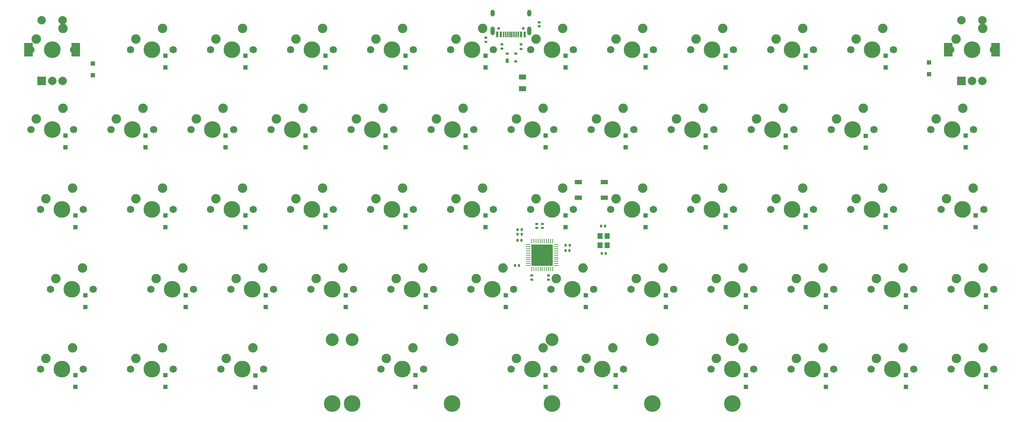
<source format=gbr>
%TF.GenerationSoftware,KiCad,Pcbnew,(6.0.7)*%
%TF.CreationDate,2022-10-09T16:51:21+02:00*%
%TF.ProjectId,the PETER keyboard,74686520-5045-4544-9552-206b6579626f,rev?*%
%TF.SameCoordinates,Original*%
%TF.FileFunction,Soldermask,Bot*%
%TF.FilePolarity,Negative*%
%FSLAX46Y46*%
G04 Gerber Fmt 4.6, Leading zero omitted, Abs format (unit mm)*
G04 Created by KiCad (PCBNEW (6.0.7)) date 2022-10-09 16:51:21*
%MOMM*%
%LPD*%
G01*
G04 APERTURE LIST*
G04 Aperture macros list*
%AMRoundRect*
0 Rectangle with rounded corners*
0 $1 Rounding radius*
0 $2 $3 $4 $5 $6 $7 $8 $9 X,Y pos of 4 corners*
0 Add a 4 corners polygon primitive as box body*
4,1,4,$2,$3,$4,$5,$6,$7,$8,$9,$2,$3,0*
0 Add four circle primitives for the rounded corners*
1,1,$1+$1,$2,$3*
1,1,$1+$1,$4,$5*
1,1,$1+$1,$6,$7*
1,1,$1+$1,$8,$9*
0 Add four rect primitives between the rounded corners*
20,1,$1+$1,$2,$3,$4,$5,0*
20,1,$1+$1,$4,$5,$6,$7,0*
20,1,$1+$1,$6,$7,$8,$9,0*
20,1,$1+$1,$8,$9,$2,$3,0*%
G04 Aperture macros list end*
%ADD10C,1.750000*%
%ADD11C,3.987800*%
%ADD12C,2.250000*%
%ADD13C,3.048000*%
%ADD14R,2.000000X2.000000*%
%ADD15C,2.000000*%
%ADD16R,2.000000X3.200000*%
%ADD17R,1.100000X1.100000*%
%ADD18RoundRect,0.135000X0.135000X0.185000X-0.135000X0.185000X-0.135000X-0.185000X0.135000X-0.185000X0*%
%ADD19RoundRect,0.135000X-0.185000X0.135000X-0.185000X-0.135000X0.185000X-0.135000X0.185000X0.135000X0*%
%ADD20RoundRect,0.140000X-0.170000X0.140000X-0.170000X-0.140000X0.170000X-0.140000X0.170000X0.140000X0*%
%ADD21RoundRect,0.140000X-0.140000X-0.170000X0.140000X-0.170000X0.140000X0.170000X-0.140000X0.170000X0*%
%ADD22C,0.650000*%
%ADD23R,0.600000X1.450000*%
%ADD24R,0.300000X1.450000*%
%ADD25O,1.000000X1.600000*%
%ADD26O,1.000000X2.100000*%
%ADD27RoundRect,0.135000X-0.135000X-0.185000X0.135000X-0.185000X0.135000X0.185000X-0.135000X0.185000X0*%
%ADD28RoundRect,0.140000X0.140000X0.170000X-0.140000X0.170000X-0.140000X-0.170000X0.140000X-0.170000X0*%
%ADD29R,1.800000X1.100000*%
%ADD30RoundRect,0.250000X-0.625000X0.375000X-0.625000X-0.375000X0.625000X-0.375000X0.625000X0.375000X0*%
%ADD31RoundRect,0.140000X0.170000X-0.140000X0.170000X0.140000X-0.170000X0.140000X-0.170000X-0.140000X0*%
%ADD32R,0.700000X1.000000*%
%ADD33R,0.700000X0.600000*%
%ADD34R,1.200000X1.400000*%
%ADD35RoundRect,0.062500X-0.062500X0.475000X-0.062500X-0.475000X0.062500X-0.475000X0.062500X0.475000X0*%
%ADD36RoundRect,0.062500X-0.475000X0.062500X-0.475000X-0.062500X0.475000X-0.062500X0.475000X0.062500X0*%
%ADD37R,5.200000X5.200000*%
G04 APERTURE END LIST*
D10*
%TO.C,MX56*%
X210820000Y-132842000D03*
D11*
X215900000Y-132842000D03*
D10*
X220980000Y-132842000D03*
D12*
X212090000Y-130302000D03*
X218440000Y-127762000D03*
%TD*%
D10*
%TO.C,MX51*%
X85217000Y-132842000D03*
X75057000Y-132842000D03*
D11*
X80137000Y-132842000D03*
D12*
X76327000Y-130302000D03*
X82677000Y-127762000D03*
%TD*%
D10*
%TO.C,MX52*%
X123317000Y-132842000D03*
D11*
X106330750Y-141097000D03*
D13*
X130143250Y-125857000D03*
D11*
X130143250Y-141097000D03*
D13*
X106330750Y-125857000D03*
D10*
X113157000Y-132842000D03*
D11*
X118237000Y-132842000D03*
D12*
X114427000Y-130302000D03*
X120777000Y-127762000D03*
%TD*%
D10*
%TO.C,MX13*%
X29845000Y-75692000D03*
X40005000Y-75692000D03*
D11*
X34925000Y-75692000D03*
D12*
X31115000Y-73152000D03*
X37465000Y-70612000D03*
%TD*%
D10*
%TO.C,MX37*%
X44704000Y-113792000D03*
X34544000Y-113792000D03*
D11*
X39624000Y-113792000D03*
D12*
X35814000Y-111252000D03*
X42164000Y-108712000D03*
%TD*%
D10*
%TO.C,MX19*%
X144145000Y-75692000D03*
D11*
X149225000Y-75692000D03*
D10*
X154305000Y-75692000D03*
D12*
X145415000Y-73152000D03*
X151765000Y-70612000D03*
%TD*%
D10*
%TO.C,MX54*%
X170942000Y-132842000D03*
D11*
X177768250Y-141097000D03*
D10*
X160782000Y-132842000D03*
D13*
X177768250Y-125857000D03*
X153955750Y-125857000D03*
D11*
X165862000Y-132842000D03*
X153955750Y-141097000D03*
D12*
X162052000Y-130302000D03*
X168402000Y-127762000D03*
%TD*%
D10*
%TO.C,MX7*%
X148844000Y-56642000D03*
D11*
X153924000Y-56642000D03*
D10*
X159004000Y-56642000D03*
D12*
X150114000Y-54102000D03*
X156464000Y-51562000D03*
%TD*%
D11*
%TO.C,MX46*%
X215900000Y-113792000D03*
D10*
X220980000Y-113792000D03*
X210820000Y-113792000D03*
D12*
X212090000Y-111252000D03*
X218440000Y-108712000D03*
%TD*%
D14*
%TO.C,SW1*%
X32425000Y-64142000D03*
D15*
X37425000Y-64142000D03*
X34925000Y-64142000D03*
D16*
X29325000Y-56642000D03*
X40525000Y-56642000D03*
D15*
X37425000Y-49642000D03*
X32425000Y-49642000D03*
%TD*%
D10*
%TO.C,MX48*%
X248920000Y-113792000D03*
D11*
X254000000Y-113792000D03*
D10*
X259080000Y-113792000D03*
D12*
X250190000Y-111252000D03*
X256540000Y-108712000D03*
%TD*%
D10*
%TO.C,MX14*%
X48895000Y-75692000D03*
X59055000Y-75692000D03*
D11*
X53975000Y-75692000D03*
D12*
X50165000Y-73152000D03*
X56515000Y-70612000D03*
%TD*%
D11*
%TO.C,MX12*%
X253873000Y-56642000D03*
D10*
X258953000Y-56642000D03*
X248793000Y-56642000D03*
D12*
X250063000Y-54102000D03*
X256413000Y-51562000D03*
%TD*%
D10*
%TO.C,MX30*%
X129794000Y-94742000D03*
X139954000Y-94742000D03*
D11*
X134874000Y-94742000D03*
D12*
X131064000Y-92202000D03*
X137414000Y-89662000D03*
%TD*%
D10*
%TO.C,MX15*%
X67945000Y-75692000D03*
D11*
X73025000Y-75692000D03*
D10*
X78105000Y-75692000D03*
D12*
X69215000Y-73152000D03*
X75565000Y-70612000D03*
%TD*%
D10*
%TO.C,MX26*%
X63754000Y-94742000D03*
X53594000Y-94742000D03*
D11*
X58674000Y-94742000D03*
D12*
X54864000Y-92202000D03*
X61214000Y-89662000D03*
%TD*%
D10*
%TO.C,MX11*%
X235204000Y-56642000D03*
X225044000Y-56642000D03*
D11*
X230124000Y-56642000D03*
D12*
X226314000Y-54102000D03*
X232664000Y-51562000D03*
%TD*%
D10*
%TO.C,MX45*%
X191770000Y-113792000D03*
D11*
X196850000Y-113792000D03*
D10*
X201930000Y-113792000D03*
D12*
X193040000Y-111252000D03*
X199390000Y-108712000D03*
%TD*%
D10*
%TO.C,MX18*%
X125095000Y-75692000D03*
D11*
X130175000Y-75692000D03*
D10*
X135255000Y-75692000D03*
D12*
X126365000Y-73152000D03*
X132715000Y-70612000D03*
%TD*%
D10*
%TO.C,MX32*%
X178054000Y-94742000D03*
X167894000Y-94742000D03*
D11*
X172974000Y-94742000D03*
D12*
X169164000Y-92202000D03*
X175514000Y-89662000D03*
%TD*%
D11*
%TO.C,MX22*%
X206375000Y-75692000D03*
D10*
X201295000Y-75692000D03*
X211455000Y-75692000D03*
D12*
X202565000Y-73152000D03*
X208915000Y-70612000D03*
%TD*%
D11*
%TO.C,MX35*%
X230124000Y-94742000D03*
D10*
X235204000Y-94742000D03*
X225044000Y-94742000D03*
D12*
X226314000Y-92202000D03*
X232664000Y-89662000D03*
%TD*%
D10*
%TO.C,MX27*%
X72644000Y-94742000D03*
X82804000Y-94742000D03*
D11*
X77724000Y-94742000D03*
D12*
X73914000Y-92202000D03*
X80264000Y-89662000D03*
%TD*%
D10*
%TO.C,MX43*%
X163830000Y-113792000D03*
D11*
X158750000Y-113792000D03*
D10*
X153670000Y-113792000D03*
D12*
X154940000Y-111252000D03*
X161290000Y-108712000D03*
%TD*%
D10*
%TO.C,MX3*%
X82804000Y-56642000D03*
X72644000Y-56642000D03*
D11*
X77724000Y-56642000D03*
D12*
X73914000Y-54102000D03*
X80264000Y-51562000D03*
%TD*%
D11*
%TO.C,MX33*%
X192024000Y-94742000D03*
D10*
X186944000Y-94742000D03*
X197104000Y-94742000D03*
D12*
X188214000Y-92202000D03*
X194564000Y-89662000D03*
%TD*%
D10*
%TO.C,MX50*%
X63754000Y-132842000D03*
D11*
X58674000Y-132842000D03*
D10*
X53594000Y-132842000D03*
D12*
X54864000Y-130302000D03*
X61214000Y-127762000D03*
%TD*%
D10*
%TO.C,MX47*%
X229870000Y-113792000D03*
D11*
X234950000Y-113792000D03*
D10*
X240030000Y-113792000D03*
D12*
X231140000Y-111252000D03*
X237490000Y-108712000D03*
%TD*%
D10*
%TO.C,MX28*%
X91694000Y-94742000D03*
D11*
X96774000Y-94742000D03*
D10*
X101854000Y-94742000D03*
D12*
X92964000Y-92202000D03*
X99314000Y-89662000D03*
%TD*%
D10*
%TO.C,MX6*%
X129794000Y-56642000D03*
D11*
X134874000Y-56642000D03*
D10*
X139954000Y-56642000D03*
D12*
X131064000Y-54102000D03*
X137414000Y-51562000D03*
%TD*%
D10*
%TO.C,MX49*%
X42291000Y-132842000D03*
D11*
X37211000Y-132842000D03*
D10*
X32131000Y-132842000D03*
D12*
X33401000Y-130302000D03*
X39751000Y-127762000D03*
%TD*%
D10*
%TO.C,MX10*%
X205994000Y-56642000D03*
D11*
X211074000Y-56642000D03*
D10*
X216154000Y-56642000D03*
D12*
X207264000Y-54102000D03*
X213614000Y-51562000D03*
%TD*%
D11*
%TO.C,MX8*%
X172974000Y-56642000D03*
D10*
X178054000Y-56642000D03*
X167894000Y-56642000D03*
D12*
X169164000Y-54102000D03*
X175514000Y-51562000D03*
%TD*%
D10*
%TO.C,MX9*%
X186944000Y-56642000D03*
D11*
X192024000Y-56642000D03*
D10*
X197104000Y-56642000D03*
D12*
X188214000Y-54102000D03*
X194564000Y-51562000D03*
%TD*%
D11*
%TO.C,MX42*%
X139700000Y-113792000D03*
D10*
X144780000Y-113792000D03*
X134620000Y-113792000D03*
D12*
X135890000Y-111252000D03*
X142240000Y-108712000D03*
%TD*%
D11*
%TO.C,MX24*%
X249174000Y-75692000D03*
D10*
X254254000Y-75692000D03*
X244094000Y-75692000D03*
D12*
X245364000Y-73152000D03*
X251714000Y-70612000D03*
%TD*%
D11*
%TO.C,MX20*%
X168275000Y-75692000D03*
D10*
X173355000Y-75692000D03*
X163195000Y-75692000D03*
D12*
X164465000Y-73152000D03*
X170815000Y-70612000D03*
%TD*%
D10*
%TO.C,MX1*%
X29845000Y-56642000D03*
D11*
X34925000Y-56642000D03*
D10*
X40005000Y-56642000D03*
D12*
X31115000Y-54102000D03*
X37465000Y-51562000D03*
%TD*%
D11*
%TO.C,MX16*%
X92075000Y-75692000D03*
D10*
X97155000Y-75692000D03*
X86995000Y-75692000D03*
D12*
X88265000Y-73152000D03*
X94615000Y-70612000D03*
%TD*%
D10*
%TO.C,MX38*%
X58420000Y-113792000D03*
D11*
X63500000Y-113792000D03*
D10*
X68580000Y-113792000D03*
D12*
X59690000Y-111252000D03*
X66040000Y-108712000D03*
%TD*%
D11*
%TO.C,MX31*%
X153924000Y-94742000D03*
D10*
X148844000Y-94742000D03*
X159004000Y-94742000D03*
D12*
X150114000Y-92202000D03*
X156464000Y-89662000D03*
%TD*%
D10*
%TO.C,MX53*%
X144145000Y-132842000D03*
D11*
X149225000Y-132842000D03*
D10*
X154305000Y-132842000D03*
D11*
X101600000Y-141097000D03*
X196850000Y-141097000D03*
D13*
X101600000Y-125857000D03*
X196850000Y-125857000D03*
D12*
X145415000Y-130302000D03*
X151765000Y-127762000D03*
%TD*%
D10*
%TO.C,MX29*%
X110744000Y-94742000D03*
D11*
X115824000Y-94742000D03*
D10*
X120904000Y-94742000D03*
D12*
X112014000Y-92202000D03*
X118364000Y-89662000D03*
%TD*%
D10*
%TO.C,MX39*%
X77470000Y-113792000D03*
X87630000Y-113792000D03*
D11*
X82550000Y-113792000D03*
D12*
X78740000Y-111252000D03*
X85090000Y-108712000D03*
%TD*%
D10*
%TO.C,MX55*%
X201930000Y-132842000D03*
X191770000Y-132842000D03*
D11*
X196850000Y-132842000D03*
D12*
X193040000Y-130302000D03*
X199390000Y-127762000D03*
%TD*%
D10*
%TO.C,MX40*%
X96520000Y-113792000D03*
X106680000Y-113792000D03*
D11*
X101600000Y-113792000D03*
D12*
X97790000Y-111252000D03*
X104140000Y-108712000D03*
%TD*%
D10*
%TO.C,MX21*%
X182245000Y-75692000D03*
D11*
X187325000Y-75692000D03*
D10*
X192405000Y-75692000D03*
D12*
X183515000Y-73152000D03*
X189865000Y-70612000D03*
%TD*%
D10*
%TO.C,MX5*%
X120904000Y-56642000D03*
X110744000Y-56642000D03*
D11*
X115824000Y-56642000D03*
D12*
X112014000Y-54102000D03*
X118364000Y-51562000D03*
%TD*%
D10*
%TO.C,MX44*%
X172720000Y-113792000D03*
X182880000Y-113792000D03*
D11*
X177800000Y-113792000D03*
D12*
X173990000Y-111252000D03*
X180340000Y-108712000D03*
%TD*%
D10*
%TO.C,MX36*%
X256667000Y-94742000D03*
D11*
X251587000Y-94742000D03*
D10*
X246507000Y-94742000D03*
D12*
X247777000Y-92202000D03*
X254127000Y-89662000D03*
%TD*%
D14*
%TO.C,SW12*%
X251373000Y-64142000D03*
D15*
X256373000Y-64142000D03*
X253873000Y-64142000D03*
D16*
X248273000Y-56642000D03*
X259473000Y-56642000D03*
D15*
X256373000Y-49642000D03*
X251373000Y-49642000D03*
%TD*%
D10*
%TO.C,MX4*%
X91694000Y-56642000D03*
D11*
X96774000Y-56642000D03*
D10*
X101854000Y-56642000D03*
D12*
X92964000Y-54102000D03*
X99314000Y-51562000D03*
%TD*%
D11*
%TO.C,MX25*%
X37211000Y-94742000D03*
D10*
X32131000Y-94742000D03*
X42291000Y-94742000D03*
D12*
X33401000Y-92202000D03*
X39751000Y-89662000D03*
%TD*%
D11*
%TO.C,MX17*%
X111125000Y-75692000D03*
D10*
X116205000Y-75692000D03*
X106045000Y-75692000D03*
D12*
X107315000Y-73152000D03*
X113665000Y-70612000D03*
%TD*%
D10*
%TO.C,MX41*%
X115570000Y-113792000D03*
X125730000Y-113792000D03*
D11*
X120650000Y-113792000D03*
D12*
X116840000Y-111252000D03*
X123190000Y-108712000D03*
%TD*%
D10*
%TO.C,MX34*%
X216154000Y-94742000D03*
X205994000Y-94742000D03*
D11*
X211074000Y-94742000D03*
D12*
X207264000Y-92202000D03*
X213614000Y-89662000D03*
%TD*%
D11*
%TO.C,MX58*%
X254000000Y-132842000D03*
D10*
X248920000Y-132842000D03*
X259080000Y-132842000D03*
D12*
X250190000Y-130302000D03*
X256540000Y-127762000D03*
%TD*%
D10*
%TO.C,MX2*%
X63754000Y-56642000D03*
D11*
X58674000Y-56642000D03*
D10*
X53594000Y-56642000D03*
D12*
X54864000Y-54102000D03*
X61214000Y-51562000D03*
%TD*%
D10*
%TO.C,MX57*%
X240030000Y-132842000D03*
X229870000Y-132842000D03*
D11*
X234950000Y-132842000D03*
D12*
X231140000Y-130302000D03*
X237490000Y-127762000D03*
%TD*%
D10*
%TO.C,MX23*%
X220345000Y-75692000D03*
D11*
X225425000Y-75692000D03*
D10*
X230505000Y-75692000D03*
D12*
X221615000Y-73152000D03*
X227965000Y-70612000D03*
%TD*%
D17*
%TO.C,D40*%
X104775000Y-118081200D03*
X104775000Y-115281200D03*
%TD*%
%TO.C,D28*%
X100012500Y-99031200D03*
X100012500Y-96231200D03*
%TD*%
D18*
%TO.C,R_reset1*%
X158142400Y-103327200D03*
X157122400Y-103327200D03*
%TD*%
D17*
%TO.C,D21*%
X190500000Y-79981200D03*
X190500000Y-77181200D03*
%TD*%
D19*
%TO.C,R_USB2*%
X146583400Y-55446200D03*
X146583400Y-56466200D03*
%TD*%
D17*
%TO.C,D26*%
X61912500Y-99031200D03*
X61912500Y-96231200D03*
%TD*%
%TO.C,D9*%
X195262500Y-60931200D03*
X195262500Y-58131200D03*
%TD*%
%TO.C,D50*%
X61912500Y-137131200D03*
X61912500Y-134331200D03*
%TD*%
%TO.C,D44*%
X180975000Y-118081200D03*
X180975000Y-115281200D03*
%TD*%
%TO.C,D45*%
X200025000Y-118081200D03*
X200025000Y-115281200D03*
%TD*%
%TO.C,D17*%
X114300000Y-79981200D03*
X114300000Y-77181200D03*
%TD*%
%TO.C,D52*%
X121443800Y-137131200D03*
X121443800Y-134331200D03*
%TD*%
%TO.C,D58*%
X257175000Y-137131200D03*
X257175000Y-134331200D03*
%TD*%
D19*
%TO.C,R_HWB/PE2*%
X149123400Y-110513400D03*
X149123400Y-111533400D03*
%TD*%
D17*
%TO.C,D38*%
X66675000Y-118081200D03*
X66675000Y-115281200D03*
%TD*%
D20*
%TO.C,C_Decoupler1*%
X153060400Y-110543400D03*
X153060400Y-111503400D03*
%TD*%
D21*
%TO.C,C_crystal2*%
X165610600Y-98769600D03*
X166570600Y-98769600D03*
%TD*%
D17*
%TO.C,D35*%
X233362500Y-99031200D03*
X233362500Y-96231200D03*
%TD*%
D22*
%TO.C,J1*%
X141255000Y-51622000D03*
X147035000Y-51622000D03*
D23*
X140895000Y-53067000D03*
X141695000Y-53067000D03*
D24*
X142895000Y-53067000D03*
X143895000Y-53067000D03*
X144395000Y-53067000D03*
X145395000Y-53067000D03*
D23*
X146595000Y-53067000D03*
X147395000Y-53067000D03*
X147395000Y-53067000D03*
X146595000Y-53067000D03*
D24*
X145895000Y-53067000D03*
X144895000Y-53067000D03*
X143395000Y-53067000D03*
X142395000Y-53067000D03*
D23*
X141695000Y-53067000D03*
X140895000Y-53067000D03*
D25*
X148465000Y-47972000D03*
X139825000Y-47972000D03*
D26*
X139825000Y-52152000D03*
X148465000Y-52152000D03*
%TD*%
D17*
%TO.C,D23*%
X228600000Y-80013000D03*
X228600000Y-77213000D03*
%TD*%
%TO.C,D42*%
X142875000Y-118081200D03*
X142875000Y-115281200D03*
%TD*%
%TO.C,D47*%
X238125000Y-118081200D03*
X238125000Y-115281200D03*
%TD*%
%TO.C,D4*%
X100012500Y-60931200D03*
X100012500Y-58131200D03*
%TD*%
%TO.C,D3*%
X80962500Y-60931200D03*
X80962500Y-58131200D03*
%TD*%
D27*
%TO.C,R_USB3*%
X145717800Y-100660200D03*
X146737800Y-100660200D03*
%TD*%
D19*
%TO.C,R_USB1*%
X141986000Y-55420800D03*
X141986000Y-56440800D03*
%TD*%
D17*
%TO.C,D27*%
X80962500Y-99031200D03*
X80962500Y-96231200D03*
%TD*%
%TO.C,D12*%
X243681300Y-62518700D03*
X243681300Y-59718700D03*
%TD*%
D28*
%TO.C,C_Decoupler2*%
X146072800Y-108178600D03*
X145112800Y-108178600D03*
%TD*%
D17*
%TO.C,D1*%
X44577000Y-62741000D03*
X44577000Y-59941000D03*
%TD*%
%TO.C,D37*%
X42862500Y-118081200D03*
X42862500Y-115281200D03*
%TD*%
D29*
%TO.C,SW2*%
X166371200Y-88269200D03*
X160171200Y-91969200D03*
X166371200Y-91969200D03*
X160171200Y-88269200D03*
%TD*%
D17*
%TO.C,D39*%
X85725000Y-118081200D03*
X85725000Y-115281200D03*
%TD*%
D27*
%TO.C,R_USB4*%
X145717800Y-99593400D03*
X146737800Y-99593400D03*
%TD*%
D17*
%TO.C,D11*%
X233362500Y-60931200D03*
X233362500Y-58131200D03*
%TD*%
%TO.C,D51*%
X83312000Y-137163000D03*
X83312000Y-134363000D03*
%TD*%
D30*
%TO.C,F_USBC1*%
X146913600Y-63217600D03*
X146913600Y-66017600D03*
%TD*%
D19*
%TO.C,R_USBSHIELD1*%
X138150600Y-53795200D03*
X138150600Y-54815200D03*
%TD*%
D17*
%TO.C,D33*%
X195262500Y-99031200D03*
X195262500Y-96231200D03*
%TD*%
%TO.C,D7*%
X157162500Y-60931200D03*
X157162500Y-58131200D03*
%TD*%
%TO.C,D41*%
X123825000Y-118081200D03*
X123825000Y-115281200D03*
%TD*%
%TO.C,D43*%
X161925000Y-118081200D03*
X161925000Y-115281200D03*
%TD*%
D31*
%TO.C,C_UCAP1*%
X150317200Y-99184400D03*
X150317200Y-98224400D03*
%TD*%
D17*
%TO.C,D57*%
X238125000Y-137131200D03*
X238125000Y-134331200D03*
%TD*%
D28*
%TO.C,C_Decoupler5*%
X146657000Y-102108000D03*
X145697000Y-102108000D03*
%TD*%
D17*
%TO.C,D13*%
X38100000Y-79981200D03*
X38100000Y-77181200D03*
%TD*%
D28*
%TO.C,C_crystal1*%
X166697600Y-105272000D03*
X165737600Y-105272000D03*
%TD*%
D17*
%TO.C,D10*%
X214312500Y-60931200D03*
X214312500Y-58131200D03*
%TD*%
%TO.C,D16*%
X95250000Y-79981200D03*
X95250000Y-77181200D03*
%TD*%
%TO.C,D25*%
X40481300Y-99031200D03*
X40481300Y-96231200D03*
%TD*%
%TO.C,D32*%
X176212500Y-99031200D03*
X176212500Y-96231200D03*
%TD*%
%TO.C,D8*%
X176212500Y-60931200D03*
X176212500Y-58131200D03*
%TD*%
%TO.C,D48*%
X257175000Y-118081200D03*
X257175000Y-115281200D03*
%TD*%
D32*
%TO.C,D59*%
X143272000Y-59271600D03*
D33*
X143272000Y-57571600D03*
X145272000Y-57571600D03*
X145272000Y-59471600D03*
%TD*%
D20*
%TO.C,C_USBSHIELD1*%
X150901400Y-50116800D03*
X150901400Y-51076800D03*
%TD*%
D17*
%TO.C,D56*%
X219075000Y-137131200D03*
X219075000Y-134331200D03*
%TD*%
%TO.C,D30*%
X138112500Y-99031200D03*
X138112500Y-96231200D03*
%TD*%
%TO.C,D22*%
X209550000Y-79981200D03*
X209550000Y-77181200D03*
%TD*%
%TO.C,D53*%
X152400000Y-137131200D03*
X152400000Y-134331200D03*
%TD*%
%TO.C,D34*%
X214312500Y-99031200D03*
X214312500Y-96231200D03*
%TD*%
D34*
%TO.C,Y1*%
X165367600Y-103324000D03*
X165367600Y-101124000D03*
X167067600Y-101124000D03*
X167067600Y-103324000D03*
%TD*%
D17*
%TO.C,D6*%
X138112500Y-60931200D03*
X138112500Y-58131200D03*
%TD*%
%TO.C,D18*%
X133350000Y-79981200D03*
X133350000Y-77181200D03*
%TD*%
D31*
%TO.C,C_Decoupler4*%
X151638000Y-99184400D03*
X151638000Y-98224400D03*
%TD*%
D17*
%TO.C,D19*%
X152400000Y-79981200D03*
X152400000Y-77181200D03*
%TD*%
D21*
%TO.C,C_Decoupler3*%
X157101600Y-104622600D03*
X158061600Y-104622600D03*
%TD*%
D17*
%TO.C,D46*%
X219075000Y-118081200D03*
X219075000Y-115281200D03*
%TD*%
%TO.C,D31*%
X157162500Y-99031200D03*
X157162500Y-96231200D03*
%TD*%
%TO.C,D29*%
X119062500Y-99031200D03*
X119062500Y-96231200D03*
%TD*%
%TO.C,D54*%
X169068800Y-137131200D03*
X169068800Y-134331200D03*
%TD*%
%TO.C,D2*%
X61912500Y-60931200D03*
X61912500Y-58131200D03*
%TD*%
%TO.C,D5*%
X119062500Y-60931200D03*
X119062500Y-58131200D03*
%TD*%
%TO.C,D24*%
X252412500Y-79981200D03*
X252412500Y-77181200D03*
%TD*%
%TO.C,D20*%
X171450000Y-79981200D03*
X171450000Y-77181200D03*
%TD*%
%TO.C,D36*%
X254793800Y-99031200D03*
X254793800Y-96231200D03*
%TD*%
%TO.C,D14*%
X57150000Y-79981200D03*
X57150000Y-77181200D03*
%TD*%
%TO.C,D49*%
X40481300Y-137131200D03*
X40481300Y-134331200D03*
%TD*%
%TO.C,D55*%
X200025000Y-137131200D03*
X200025000Y-134331200D03*
%TD*%
D35*
%TO.C,U1*%
X149087200Y-102326500D03*
X149587200Y-102326500D03*
X150087200Y-102326500D03*
X150587200Y-102326500D03*
X151087200Y-102326500D03*
X151587200Y-102326500D03*
X152087200Y-102326500D03*
X152587200Y-102326500D03*
X153087200Y-102326500D03*
X153587200Y-102326500D03*
X154087200Y-102326500D03*
D36*
X154924700Y-103164000D03*
X154924700Y-103664000D03*
X154924700Y-104164000D03*
X154924700Y-104664000D03*
X154924700Y-105164000D03*
X154924700Y-105664000D03*
X154924700Y-106164000D03*
X154924700Y-106664000D03*
X154924700Y-107164000D03*
X154924700Y-107664000D03*
X154924700Y-108164000D03*
D35*
X154087200Y-109001500D03*
X153587200Y-109001500D03*
X153087200Y-109001500D03*
X152587200Y-109001500D03*
X152087200Y-109001500D03*
X151587200Y-109001500D03*
X151087200Y-109001500D03*
X150587200Y-109001500D03*
X150087200Y-109001500D03*
X149587200Y-109001500D03*
X149087200Y-109001500D03*
D36*
X148249700Y-108164000D03*
X148249700Y-107664000D03*
X148249700Y-107164000D03*
X148249700Y-106664000D03*
X148249700Y-106164000D03*
X148249700Y-105664000D03*
X148249700Y-105164000D03*
X148249700Y-104664000D03*
X148249700Y-104164000D03*
X148249700Y-103664000D03*
X148249700Y-103164000D03*
D37*
X151587200Y-105664000D03*
%TD*%
D17*
%TO.C,D15*%
X76200000Y-79981200D03*
X76200000Y-77181200D03*
%TD*%
M02*

</source>
